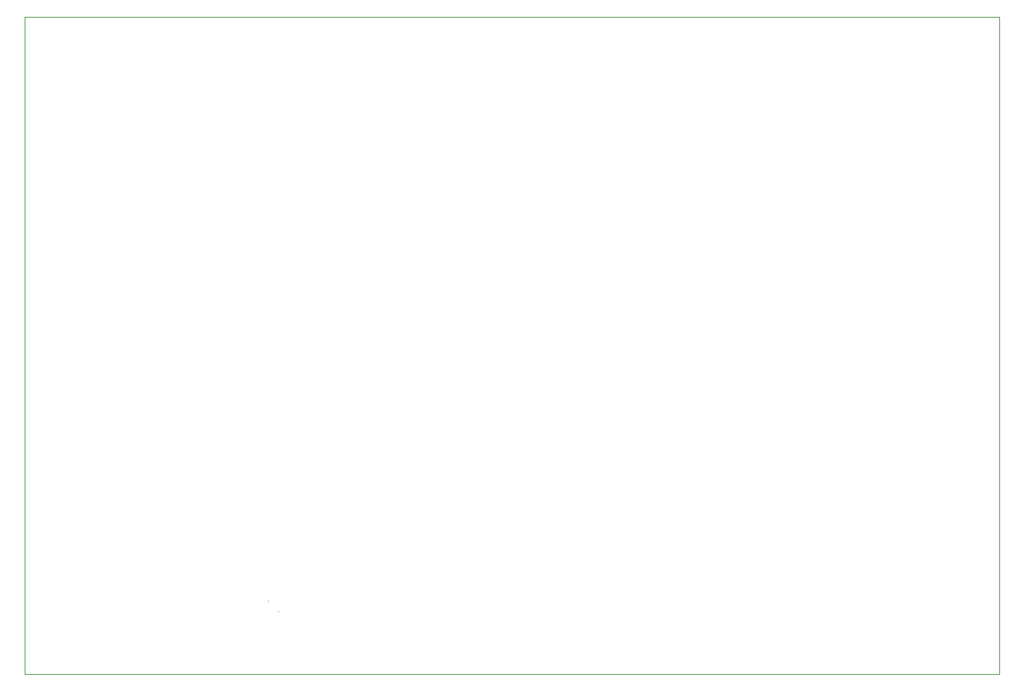
<source format=gbr>
%TF.GenerationSoftware,KiCad,Pcbnew,7.0.7*%
%TF.CreationDate,2024-05-31T20:05:00-04:00*%
%TF.ProjectId,HVHF_IIB,48564846-5f49-4494-922e-6b696361645f,rev?*%
%TF.SameCoordinates,Original*%
%TF.FileFunction,Profile,NP*%
%FSLAX46Y46*%
G04 Gerber Fmt 4.6, Leading zero omitted, Abs format (unit mm)*
G04 Created by KiCad (PCBNEW 7.0.7) date 2024-05-31 20:05:00*
%MOMM*%
%LPD*%
G01*
G04 APERTURE LIST*
%TA.AperFunction,Profile*%
%ADD10C,0.100000*%
%TD*%
%TA.AperFunction,Profile*%
%ADD11C,0.050000*%
%TD*%
G04 APERTURE END LIST*
D10*
X224000000Y-142000000D02*
X107000000Y-142000000D01*
X107000000Y-63000000D01*
X224000000Y-63000000D01*
X224000000Y-142000000D01*
D11*
%TO.C,C4*%
X136230000Y-133230000D02*
G75*
G03*
X136230000Y-133230000I0J0D01*
G01*
X137500000Y-134500000D02*
G75*
G03*
X137500000Y-134500000I0J0D01*
G01*
X137500000Y-134500000D02*
G75*
G03*
X137500000Y-134500000I0J0D01*
G01*
X137500000Y-134500000D02*
G75*
G03*
X137500000Y-134500000I0J0D01*
G01*
X137500000Y-134500000D02*
G75*
G03*
X137500000Y-134500000I0J0D01*
G01*
X137500000Y-134500000D02*
G75*
G03*
X137500000Y-134500000I0J0D01*
G01*
X137500000Y-134500000D02*
G75*
G03*
X137500000Y-134500000I0J0D01*
G01*
%TD*%
M02*

</source>
